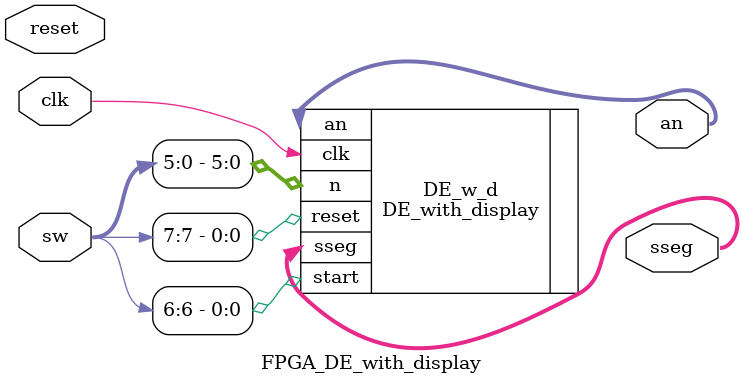
<source format=v>
`timescale 1ns / 1ps

module FPGA_DE_with_display(
	input wire clk,reset,
	input wire [7:0] sw,  // reset, start,n
//	output wire [0:0] led, //DONE_SIGNAL
	output wire [3:0] an,
	output wire [7:0] sseg
    );
	DE_with_display DE_w_d(
		.n(sw[5:0]),
		.start(sw[6]), 
		.clk(clk), 
		.reset(sw[7]),
		.an(an),
		.sseg(sseg) 
    );
		

endmodule

</source>
